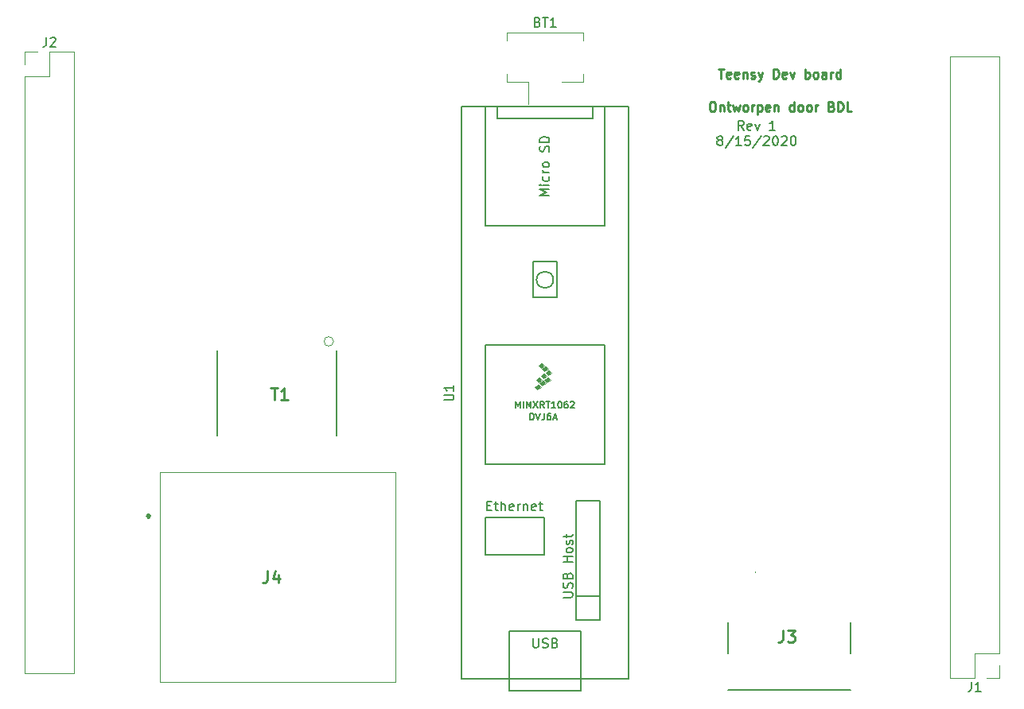
<source format=gbr>
%TF.GenerationSoftware,KiCad,Pcbnew,(5.1.6)-1*%
%TF.CreationDate,2020-08-15T20:42:22+02:00*%
%TF.ProjectId,teensypcbn,7465656e-7379-4706-9362-6e2e6b696361,rev?*%
%TF.SameCoordinates,Original*%
%TF.FileFunction,Legend,Top*%
%TF.FilePolarity,Positive*%
%FSLAX46Y46*%
G04 Gerber Fmt 4.6, Leading zero omitted, Abs format (unit mm)*
G04 Created by KiCad (PCBNEW (5.1.6)-1) date 2020-08-15 20:42:22*
%MOMM*%
%LPD*%
G01*
G04 APERTURE LIST*
%ADD10C,0.150000*%
%ADD11C,0.250000*%
%ADD12C,0.120000*%
%ADD13C,0.200000*%
%ADD14C,0.100000*%
%ADD15C,0.300000*%
%ADD16C,0.254000*%
G04 APERTURE END LIST*
D10*
X199167857Y-65977380D02*
X198834523Y-65501190D01*
X198596428Y-65977380D02*
X198596428Y-64977380D01*
X198977380Y-64977380D01*
X199072619Y-65025000D01*
X199120238Y-65072619D01*
X199167857Y-65167857D01*
X199167857Y-65310714D01*
X199120238Y-65405952D01*
X199072619Y-65453571D01*
X198977380Y-65501190D01*
X198596428Y-65501190D01*
X199977380Y-65929761D02*
X199882142Y-65977380D01*
X199691666Y-65977380D01*
X199596428Y-65929761D01*
X199548809Y-65834523D01*
X199548809Y-65453571D01*
X199596428Y-65358333D01*
X199691666Y-65310714D01*
X199882142Y-65310714D01*
X199977380Y-65358333D01*
X200025000Y-65453571D01*
X200025000Y-65548809D01*
X199548809Y-65644047D01*
X200358333Y-65310714D02*
X200596428Y-65977380D01*
X200834523Y-65310714D01*
X202501190Y-65977380D02*
X201929761Y-65977380D01*
X202215476Y-65977380D02*
X202215476Y-64977380D01*
X202120238Y-65120238D01*
X202025000Y-65215476D01*
X201929761Y-65263095D01*
X196525000Y-67055952D02*
X196429761Y-67008333D01*
X196382142Y-66960714D01*
X196334523Y-66865476D01*
X196334523Y-66817857D01*
X196382142Y-66722619D01*
X196429761Y-66675000D01*
X196525000Y-66627380D01*
X196715476Y-66627380D01*
X196810714Y-66675000D01*
X196858333Y-66722619D01*
X196905952Y-66817857D01*
X196905952Y-66865476D01*
X196858333Y-66960714D01*
X196810714Y-67008333D01*
X196715476Y-67055952D01*
X196525000Y-67055952D01*
X196429761Y-67103571D01*
X196382142Y-67151190D01*
X196334523Y-67246428D01*
X196334523Y-67436904D01*
X196382142Y-67532142D01*
X196429761Y-67579761D01*
X196525000Y-67627380D01*
X196715476Y-67627380D01*
X196810714Y-67579761D01*
X196858333Y-67532142D01*
X196905952Y-67436904D01*
X196905952Y-67246428D01*
X196858333Y-67151190D01*
X196810714Y-67103571D01*
X196715476Y-67055952D01*
X198048809Y-66579761D02*
X197191666Y-67865476D01*
X198905952Y-67627380D02*
X198334523Y-67627380D01*
X198620238Y-67627380D02*
X198620238Y-66627380D01*
X198525000Y-66770238D01*
X198429761Y-66865476D01*
X198334523Y-66913095D01*
X199810714Y-66627380D02*
X199334523Y-66627380D01*
X199286904Y-67103571D01*
X199334523Y-67055952D01*
X199429761Y-67008333D01*
X199667857Y-67008333D01*
X199763095Y-67055952D01*
X199810714Y-67103571D01*
X199858333Y-67198809D01*
X199858333Y-67436904D01*
X199810714Y-67532142D01*
X199763095Y-67579761D01*
X199667857Y-67627380D01*
X199429761Y-67627380D01*
X199334523Y-67579761D01*
X199286904Y-67532142D01*
X201001190Y-66579761D02*
X200144047Y-67865476D01*
X201286904Y-66722619D02*
X201334523Y-66675000D01*
X201429761Y-66627380D01*
X201667857Y-66627380D01*
X201763095Y-66675000D01*
X201810714Y-66722619D01*
X201858333Y-66817857D01*
X201858333Y-66913095D01*
X201810714Y-67055952D01*
X201239285Y-67627380D01*
X201858333Y-67627380D01*
X202477380Y-66627380D02*
X202572619Y-66627380D01*
X202667857Y-66675000D01*
X202715476Y-66722619D01*
X202763095Y-66817857D01*
X202810714Y-67008333D01*
X202810714Y-67246428D01*
X202763095Y-67436904D01*
X202715476Y-67532142D01*
X202667857Y-67579761D01*
X202572619Y-67627380D01*
X202477380Y-67627380D01*
X202382142Y-67579761D01*
X202334523Y-67532142D01*
X202286904Y-67436904D01*
X202239285Y-67246428D01*
X202239285Y-67008333D01*
X202286904Y-66817857D01*
X202334523Y-66722619D01*
X202382142Y-66675000D01*
X202477380Y-66627380D01*
X203191666Y-66722619D02*
X203239285Y-66675000D01*
X203334523Y-66627380D01*
X203572619Y-66627380D01*
X203667857Y-66675000D01*
X203715476Y-66722619D01*
X203763095Y-66817857D01*
X203763095Y-66913095D01*
X203715476Y-67055952D01*
X203144047Y-67627380D01*
X203763095Y-67627380D01*
X204382142Y-66627380D02*
X204477380Y-66627380D01*
X204572619Y-66675000D01*
X204620238Y-66722619D01*
X204667857Y-66817857D01*
X204715476Y-67008333D01*
X204715476Y-67246428D01*
X204667857Y-67436904D01*
X204620238Y-67532142D01*
X204572619Y-67579761D01*
X204477380Y-67627380D01*
X204382142Y-67627380D01*
X204286904Y-67579761D01*
X204239285Y-67532142D01*
X204191666Y-67436904D01*
X204144047Y-67246428D01*
X204144047Y-67008333D01*
X204191666Y-66817857D01*
X204239285Y-66722619D01*
X204286904Y-66675000D01*
X204382142Y-66627380D01*
D11*
X196453571Y-59477380D02*
X197025000Y-59477380D01*
X196739285Y-60477380D02*
X196739285Y-59477380D01*
X197739285Y-60429761D02*
X197644047Y-60477380D01*
X197453571Y-60477380D01*
X197358333Y-60429761D01*
X197310714Y-60334523D01*
X197310714Y-59953571D01*
X197358333Y-59858333D01*
X197453571Y-59810714D01*
X197644047Y-59810714D01*
X197739285Y-59858333D01*
X197786904Y-59953571D01*
X197786904Y-60048809D01*
X197310714Y-60144047D01*
X198596428Y-60429761D02*
X198501190Y-60477380D01*
X198310714Y-60477380D01*
X198215476Y-60429761D01*
X198167857Y-60334523D01*
X198167857Y-59953571D01*
X198215476Y-59858333D01*
X198310714Y-59810714D01*
X198501190Y-59810714D01*
X198596428Y-59858333D01*
X198644047Y-59953571D01*
X198644047Y-60048809D01*
X198167857Y-60144047D01*
X199072619Y-59810714D02*
X199072619Y-60477380D01*
X199072619Y-59905952D02*
X199120238Y-59858333D01*
X199215476Y-59810714D01*
X199358333Y-59810714D01*
X199453571Y-59858333D01*
X199501190Y-59953571D01*
X199501190Y-60477380D01*
X199929761Y-60429761D02*
X200025000Y-60477380D01*
X200215476Y-60477380D01*
X200310714Y-60429761D01*
X200358333Y-60334523D01*
X200358333Y-60286904D01*
X200310714Y-60191666D01*
X200215476Y-60144047D01*
X200072619Y-60144047D01*
X199977380Y-60096428D01*
X199929761Y-60001190D01*
X199929761Y-59953571D01*
X199977380Y-59858333D01*
X200072619Y-59810714D01*
X200215476Y-59810714D01*
X200310714Y-59858333D01*
X200691666Y-59810714D02*
X200929761Y-60477380D01*
X201167857Y-59810714D02*
X200929761Y-60477380D01*
X200834523Y-60715476D01*
X200786904Y-60763095D01*
X200691666Y-60810714D01*
X202310714Y-60477380D02*
X202310714Y-59477380D01*
X202548809Y-59477380D01*
X202691666Y-59525000D01*
X202786904Y-59620238D01*
X202834523Y-59715476D01*
X202882142Y-59905952D01*
X202882142Y-60048809D01*
X202834523Y-60239285D01*
X202786904Y-60334523D01*
X202691666Y-60429761D01*
X202548809Y-60477380D01*
X202310714Y-60477380D01*
X203691666Y-60429761D02*
X203596428Y-60477380D01*
X203405952Y-60477380D01*
X203310714Y-60429761D01*
X203263095Y-60334523D01*
X203263095Y-59953571D01*
X203310714Y-59858333D01*
X203405952Y-59810714D01*
X203596428Y-59810714D01*
X203691666Y-59858333D01*
X203739285Y-59953571D01*
X203739285Y-60048809D01*
X203263095Y-60144047D01*
X204072619Y-59810714D02*
X204310714Y-60477380D01*
X204548809Y-59810714D01*
X205691666Y-60477380D02*
X205691666Y-59477380D01*
X205691666Y-59858333D02*
X205786904Y-59810714D01*
X205977380Y-59810714D01*
X206072619Y-59858333D01*
X206120238Y-59905952D01*
X206167857Y-60001190D01*
X206167857Y-60286904D01*
X206120238Y-60382142D01*
X206072619Y-60429761D01*
X205977380Y-60477380D01*
X205786904Y-60477380D01*
X205691666Y-60429761D01*
X206739285Y-60477380D02*
X206644047Y-60429761D01*
X206596428Y-60382142D01*
X206548809Y-60286904D01*
X206548809Y-60001190D01*
X206596428Y-59905952D01*
X206644047Y-59858333D01*
X206739285Y-59810714D01*
X206882142Y-59810714D01*
X206977380Y-59858333D01*
X207025000Y-59905952D01*
X207072619Y-60001190D01*
X207072619Y-60286904D01*
X207025000Y-60382142D01*
X206977380Y-60429761D01*
X206882142Y-60477380D01*
X206739285Y-60477380D01*
X207929761Y-60477380D02*
X207929761Y-59953571D01*
X207882142Y-59858333D01*
X207786904Y-59810714D01*
X207596428Y-59810714D01*
X207501190Y-59858333D01*
X207929761Y-60429761D02*
X207834523Y-60477380D01*
X207596428Y-60477380D01*
X207501190Y-60429761D01*
X207453571Y-60334523D01*
X207453571Y-60239285D01*
X207501190Y-60144047D01*
X207596428Y-60096428D01*
X207834523Y-60096428D01*
X207929761Y-60048809D01*
X208405952Y-60477380D02*
X208405952Y-59810714D01*
X208405952Y-60001190D02*
X208453571Y-59905952D01*
X208501190Y-59858333D01*
X208596428Y-59810714D01*
X208691666Y-59810714D01*
X209453571Y-60477380D02*
X209453571Y-59477380D01*
X209453571Y-60429761D02*
X209358333Y-60477380D01*
X209167857Y-60477380D01*
X209072619Y-60429761D01*
X209025000Y-60382142D01*
X208977380Y-60286904D01*
X208977380Y-60001190D01*
X209025000Y-59905952D01*
X209072619Y-59858333D01*
X209167857Y-59810714D01*
X209358333Y-59810714D01*
X209453571Y-59858333D01*
X195739285Y-62977380D02*
X195929761Y-62977380D01*
X196025000Y-63025000D01*
X196120238Y-63120238D01*
X196167857Y-63310714D01*
X196167857Y-63644047D01*
X196120238Y-63834523D01*
X196025000Y-63929761D01*
X195929761Y-63977380D01*
X195739285Y-63977380D01*
X195644047Y-63929761D01*
X195548809Y-63834523D01*
X195501190Y-63644047D01*
X195501190Y-63310714D01*
X195548809Y-63120238D01*
X195644047Y-63025000D01*
X195739285Y-62977380D01*
X196596428Y-63310714D02*
X196596428Y-63977380D01*
X196596428Y-63405952D02*
X196644047Y-63358333D01*
X196739285Y-63310714D01*
X196882142Y-63310714D01*
X196977380Y-63358333D01*
X197025000Y-63453571D01*
X197025000Y-63977380D01*
X197358333Y-63310714D02*
X197739285Y-63310714D01*
X197501190Y-62977380D02*
X197501190Y-63834523D01*
X197548809Y-63929761D01*
X197644047Y-63977380D01*
X197739285Y-63977380D01*
X197977380Y-63310714D02*
X198167857Y-63977380D01*
X198358333Y-63501190D01*
X198548809Y-63977380D01*
X198739285Y-63310714D01*
X199263095Y-63977380D02*
X199167857Y-63929761D01*
X199120238Y-63882142D01*
X199072619Y-63786904D01*
X199072619Y-63501190D01*
X199120238Y-63405952D01*
X199167857Y-63358333D01*
X199263095Y-63310714D01*
X199405952Y-63310714D01*
X199501190Y-63358333D01*
X199548809Y-63405952D01*
X199596428Y-63501190D01*
X199596428Y-63786904D01*
X199548809Y-63882142D01*
X199501190Y-63929761D01*
X199405952Y-63977380D01*
X199263095Y-63977380D01*
X200025000Y-63977380D02*
X200025000Y-63310714D01*
X200025000Y-63501190D02*
X200072619Y-63405952D01*
X200120238Y-63358333D01*
X200215476Y-63310714D01*
X200310714Y-63310714D01*
X200644047Y-63310714D02*
X200644047Y-64310714D01*
X200644047Y-63358333D02*
X200739285Y-63310714D01*
X200929761Y-63310714D01*
X201025000Y-63358333D01*
X201072619Y-63405952D01*
X201120238Y-63501190D01*
X201120238Y-63786904D01*
X201072619Y-63882142D01*
X201025000Y-63929761D01*
X200929761Y-63977380D01*
X200739285Y-63977380D01*
X200644047Y-63929761D01*
X201929761Y-63929761D02*
X201834523Y-63977380D01*
X201644047Y-63977380D01*
X201548809Y-63929761D01*
X201501190Y-63834523D01*
X201501190Y-63453571D01*
X201548809Y-63358333D01*
X201644047Y-63310714D01*
X201834523Y-63310714D01*
X201929761Y-63358333D01*
X201977380Y-63453571D01*
X201977380Y-63548809D01*
X201501190Y-63644047D01*
X202405952Y-63310714D02*
X202405952Y-63977380D01*
X202405952Y-63405952D02*
X202453571Y-63358333D01*
X202548809Y-63310714D01*
X202691666Y-63310714D01*
X202786904Y-63358333D01*
X202834523Y-63453571D01*
X202834523Y-63977380D01*
X204501190Y-63977380D02*
X204501190Y-62977380D01*
X204501190Y-63929761D02*
X204405952Y-63977380D01*
X204215476Y-63977380D01*
X204120238Y-63929761D01*
X204072619Y-63882142D01*
X204025000Y-63786904D01*
X204025000Y-63501190D01*
X204072619Y-63405952D01*
X204120238Y-63358333D01*
X204215476Y-63310714D01*
X204405952Y-63310714D01*
X204501190Y-63358333D01*
X205120238Y-63977380D02*
X205025000Y-63929761D01*
X204977380Y-63882142D01*
X204929761Y-63786904D01*
X204929761Y-63501190D01*
X204977380Y-63405952D01*
X205025000Y-63358333D01*
X205120238Y-63310714D01*
X205263095Y-63310714D01*
X205358333Y-63358333D01*
X205405952Y-63405952D01*
X205453571Y-63501190D01*
X205453571Y-63786904D01*
X205405952Y-63882142D01*
X205358333Y-63929761D01*
X205263095Y-63977380D01*
X205120238Y-63977380D01*
X206025000Y-63977380D02*
X205929761Y-63929761D01*
X205882142Y-63882142D01*
X205834523Y-63786904D01*
X205834523Y-63501190D01*
X205882142Y-63405952D01*
X205929761Y-63358333D01*
X206025000Y-63310714D01*
X206167857Y-63310714D01*
X206263095Y-63358333D01*
X206310714Y-63405952D01*
X206358333Y-63501190D01*
X206358333Y-63786904D01*
X206310714Y-63882142D01*
X206263095Y-63929761D01*
X206167857Y-63977380D01*
X206025000Y-63977380D01*
X206786904Y-63977380D02*
X206786904Y-63310714D01*
X206786904Y-63501190D02*
X206834523Y-63405952D01*
X206882142Y-63358333D01*
X206977380Y-63310714D01*
X207072619Y-63310714D01*
X208501190Y-63453571D02*
X208644047Y-63501190D01*
X208691666Y-63548809D01*
X208739285Y-63644047D01*
X208739285Y-63786904D01*
X208691666Y-63882142D01*
X208644047Y-63929761D01*
X208548809Y-63977380D01*
X208167857Y-63977380D01*
X208167857Y-62977380D01*
X208501190Y-62977380D01*
X208596428Y-63025000D01*
X208644047Y-63072619D01*
X208691666Y-63167857D01*
X208691666Y-63263095D01*
X208644047Y-63358333D01*
X208596428Y-63405952D01*
X208501190Y-63453571D01*
X208167857Y-63453571D01*
X209167857Y-63977380D02*
X209167857Y-62977380D01*
X209405952Y-62977380D01*
X209548809Y-63025000D01*
X209644047Y-63120238D01*
X209691666Y-63215476D01*
X209739285Y-63405952D01*
X209739285Y-63548809D01*
X209691666Y-63739285D01*
X209644047Y-63834523D01*
X209548809Y-63929761D01*
X209405952Y-63977380D01*
X209167857Y-63977380D01*
X210644047Y-63977380D02*
X210167857Y-63977380D01*
X210167857Y-62977380D01*
D12*
X155500000Y-88500000D02*
G75*
G03*
X155500000Y-88500000I-500000J0D01*
G01*
%TO.C,BT1*%
X173915000Y-60010000D02*
X173915000Y-60860000D01*
X173915000Y-60860000D02*
X176240000Y-60860000D01*
X176240000Y-60860000D02*
X176240000Y-63250000D01*
X182085000Y-60010000D02*
X182085000Y-60860000D01*
X182085000Y-60860000D02*
X179760000Y-60860000D01*
X173915000Y-56490000D02*
X173915000Y-55640000D01*
X173915000Y-55640000D02*
X182085000Y-55640000D01*
X182085000Y-55640000D02*
X182085000Y-56490000D01*
%TO.C,J1*%
X226330000Y-58170000D02*
X221130000Y-58170000D01*
X226330000Y-121730000D02*
X226330000Y-58170000D01*
X221130000Y-124330000D02*
X221130000Y-58170000D01*
X226330000Y-121730000D02*
X223730000Y-121730000D01*
X223730000Y-121730000D02*
X223730000Y-124330000D01*
X223730000Y-124330000D02*
X221130000Y-124330000D01*
X226330000Y-123000000D02*
X226330000Y-124330000D01*
X226330000Y-124330000D02*
X225000000Y-124330000D01*
%TO.C,J2*%
X122670000Y-57670000D02*
X124000000Y-57670000D01*
X122670000Y-59000000D02*
X122670000Y-57670000D01*
X125270000Y-57670000D02*
X127870000Y-57670000D01*
X125270000Y-60270000D02*
X125270000Y-57670000D01*
X122670000Y-60270000D02*
X125270000Y-60270000D01*
X127870000Y-57670000D02*
X127870000Y-123830000D01*
X122670000Y-60270000D02*
X122670000Y-123830000D01*
X122670000Y-123830000D02*
X127870000Y-123830000D01*
D13*
%TO.C,J3*%
X197450000Y-118400000D02*
X197450000Y-121689000D01*
X210550000Y-118400000D02*
X210550000Y-121689000D01*
X197450000Y-125600000D02*
X210550000Y-125600000D01*
X200439770Y-113095000D02*
G75*
G03*
X200439770Y-113095000I-36770J0D01*
G01*
D14*
%TO.C,J4*%
X162135000Y-124780000D02*
X137035000Y-124780000D01*
X137035000Y-124780000D02*
X137035000Y-102460000D01*
X137035000Y-102460000D02*
X162135000Y-102460000D01*
X162135000Y-102460000D02*
X162135000Y-124780000D01*
D15*
X135810000Y-106960000D02*
X135810000Y-106960000D01*
X135810000Y-107260000D02*
X135810000Y-107260000D01*
X135810000Y-107260000D02*
G75*
G02*
X135810000Y-106960000I0J150000D01*
G01*
X135810000Y-106960000D02*
G75*
G02*
X135810000Y-107260000I0J-150000D01*
G01*
D13*
%TO.C,T1*%
X155850000Y-98545000D02*
X155850000Y-89455000D01*
X143150000Y-98545000D02*
X143150000Y-89455000D01*
D14*
%TO.C,U1*%
G36*
X177693000Y-90803000D02*
G01*
X177947000Y-91057000D01*
X177566000Y-91311000D01*
X177312000Y-91057000D01*
X177693000Y-90803000D01*
G37*
X177693000Y-90803000D02*
X177947000Y-91057000D01*
X177566000Y-91311000D01*
X177312000Y-91057000D01*
X177693000Y-90803000D01*
G36*
X178074000Y-91184000D02*
G01*
X178328000Y-91438000D01*
X177947000Y-91692000D01*
X177693000Y-91438000D01*
X178074000Y-91184000D01*
G37*
X178074000Y-91184000D02*
X178328000Y-91438000D01*
X177947000Y-91692000D01*
X177693000Y-91438000D01*
X178074000Y-91184000D01*
G36*
X177312000Y-93089000D02*
G01*
X177566000Y-93343000D01*
X177185000Y-93597000D01*
X176931000Y-93343000D01*
X177312000Y-93089000D01*
G37*
X177312000Y-93089000D02*
X177566000Y-93343000D01*
X177185000Y-93597000D01*
X176931000Y-93343000D01*
X177312000Y-93089000D01*
G36*
X177820000Y-92708000D02*
G01*
X178074000Y-92962000D01*
X177693000Y-93216000D01*
X177439000Y-92962000D01*
X177820000Y-92708000D01*
G37*
X177820000Y-92708000D02*
X178074000Y-92962000D01*
X177693000Y-93216000D01*
X177439000Y-92962000D01*
X177820000Y-92708000D01*
G36*
X178328000Y-92327000D02*
G01*
X178582000Y-92581000D01*
X178201000Y-92835000D01*
X177947000Y-92581000D01*
X178328000Y-92327000D01*
G37*
X178328000Y-92327000D02*
X178582000Y-92581000D01*
X178201000Y-92835000D01*
X177947000Y-92581000D01*
X178328000Y-92327000D01*
G36*
X177439000Y-92327000D02*
G01*
X177693000Y-92581000D01*
X177312000Y-92835000D01*
X177058000Y-92581000D01*
X177439000Y-92327000D01*
G37*
X177439000Y-92327000D02*
X177693000Y-92581000D01*
X177312000Y-92835000D01*
X177058000Y-92581000D01*
X177439000Y-92327000D01*
G36*
X177947000Y-91946000D02*
G01*
X178201000Y-92200000D01*
X177820000Y-92454000D01*
X177566000Y-92200000D01*
X177947000Y-91946000D01*
G37*
X177947000Y-91946000D02*
X178201000Y-92200000D01*
X177820000Y-92454000D01*
X177566000Y-92200000D01*
X177947000Y-91946000D01*
G36*
X178455000Y-91565000D02*
G01*
X178709000Y-91819000D01*
X178328000Y-92073000D01*
X178074000Y-91819000D01*
X178455000Y-91565000D01*
G37*
X178455000Y-91565000D02*
X178709000Y-91819000D01*
X178328000Y-92073000D01*
X178074000Y-91819000D01*
X178455000Y-91565000D01*
D10*
X186890000Y-124480000D02*
X169110000Y-124480000D01*
X186890000Y-63520000D02*
X186890000Y-124480000D01*
X169110000Y-63520000D02*
X186890000Y-63520000D01*
X169110000Y-124480000D02*
X169110000Y-63520000D01*
X181810000Y-119400000D02*
X181810000Y-124480000D01*
X174190000Y-119400000D02*
X174190000Y-124480000D01*
X181810000Y-119400000D02*
X174190000Y-119400000D01*
X174190000Y-125750000D02*
X174190000Y-124480000D01*
X181810000Y-125750000D02*
X174190000Y-125750000D01*
X181810000Y-124480000D02*
X181810000Y-125750000D01*
X171650000Y-63520000D02*
X171650000Y-76220000D01*
X171650000Y-76220000D02*
X184350000Y-76220000D01*
X184350000Y-76220000D02*
X184350000Y-63520000D01*
X172920000Y-63520000D02*
X172920000Y-64790000D01*
X172920000Y-64790000D02*
X183080000Y-64790000D01*
X183080000Y-64790000D02*
X183080000Y-63520000D01*
X176730000Y-80030000D02*
X179270000Y-80030000D01*
X179270000Y-80030000D02*
X179270000Y-83840000D01*
X179270000Y-83840000D02*
X176730000Y-83840000D01*
X176730000Y-83840000D02*
X176730000Y-80030000D01*
X181299200Y-118180800D02*
X181299200Y-105480800D01*
X181299200Y-105480800D02*
X183839200Y-105480800D01*
X183839200Y-105480800D02*
X183839200Y-118180800D01*
X183839200Y-118180800D02*
X181299200Y-118180800D01*
X181299200Y-118180800D02*
X181299200Y-115640800D01*
X181299200Y-115640800D02*
X183839200Y-115640800D01*
X171898400Y-111250000D02*
X177898400Y-111250000D01*
X177898400Y-111250000D02*
X177898400Y-107250000D01*
X177898400Y-107250000D02*
X171648400Y-107250000D01*
X171648400Y-107250000D02*
X171648400Y-111250000D01*
X171648400Y-111250000D02*
X171898400Y-111250000D01*
X184350000Y-101620000D02*
X184350000Y-88920000D01*
X184350000Y-88920000D02*
X171650000Y-88920000D01*
X171650000Y-88920000D02*
X171650000Y-101620000D01*
X171650000Y-101620000D02*
X184350000Y-101620000D01*
X178898026Y-81935000D02*
G75*
G03*
X178898026Y-81935000I-898026J0D01*
G01*
%TO.C,BT1*%
X177214285Y-54478571D02*
X177357142Y-54526190D01*
X177404761Y-54573809D01*
X177452380Y-54669047D01*
X177452380Y-54811904D01*
X177404761Y-54907142D01*
X177357142Y-54954761D01*
X177261904Y-55002380D01*
X176880952Y-55002380D01*
X176880952Y-54002380D01*
X177214285Y-54002380D01*
X177309523Y-54050000D01*
X177357142Y-54097619D01*
X177404761Y-54192857D01*
X177404761Y-54288095D01*
X177357142Y-54383333D01*
X177309523Y-54430952D01*
X177214285Y-54478571D01*
X176880952Y-54478571D01*
X177738095Y-54002380D02*
X178309523Y-54002380D01*
X178023809Y-55002380D02*
X178023809Y-54002380D01*
X179166666Y-55002380D02*
X178595238Y-55002380D01*
X178880952Y-55002380D02*
X178880952Y-54002380D01*
X178785714Y-54145238D01*
X178690476Y-54240476D01*
X178595238Y-54288095D01*
%TO.C,J1*%
X223396666Y-124782380D02*
X223396666Y-125496666D01*
X223349047Y-125639523D01*
X223253809Y-125734761D01*
X223110952Y-125782380D01*
X223015714Y-125782380D01*
X224396666Y-125782380D02*
X223825238Y-125782380D01*
X224110952Y-125782380D02*
X224110952Y-124782380D01*
X224015714Y-124925238D01*
X223920476Y-125020476D01*
X223825238Y-125068095D01*
%TO.C,J2*%
X124936666Y-56122380D02*
X124936666Y-56836666D01*
X124889047Y-56979523D01*
X124793809Y-57074761D01*
X124650952Y-57122380D01*
X124555714Y-57122380D01*
X125365238Y-56217619D02*
X125412857Y-56170000D01*
X125508095Y-56122380D01*
X125746190Y-56122380D01*
X125841428Y-56170000D01*
X125889047Y-56217619D01*
X125936666Y-56312857D01*
X125936666Y-56408095D01*
X125889047Y-56550952D01*
X125317619Y-57122380D01*
X125936666Y-57122380D01*
%TO.C,J3*%
D16*
X203309666Y-119282523D02*
X203309666Y-120189666D01*
X203249190Y-120371095D01*
X203128238Y-120492047D01*
X202946809Y-120552523D01*
X202825857Y-120552523D01*
X203793476Y-119282523D02*
X204579666Y-119282523D01*
X204156333Y-119766333D01*
X204337761Y-119766333D01*
X204458714Y-119826809D01*
X204519190Y-119887285D01*
X204579666Y-120008238D01*
X204579666Y-120310619D01*
X204519190Y-120431571D01*
X204458714Y-120492047D01*
X204337761Y-120552523D01*
X203974904Y-120552523D01*
X203853952Y-120492047D01*
X203793476Y-120431571D01*
%TO.C,J4*%
X148474666Y-112964523D02*
X148474666Y-113871666D01*
X148414190Y-114053095D01*
X148293238Y-114174047D01*
X148111809Y-114234523D01*
X147990857Y-114234523D01*
X149623714Y-113387857D02*
X149623714Y-114234523D01*
X149321333Y-112904047D02*
X149018952Y-113811190D01*
X149805142Y-113811190D01*
%TO.C,T1*%
X148825380Y-93423523D02*
X149551095Y-93423523D01*
X149188238Y-94693523D02*
X149188238Y-93423523D01*
X150639666Y-94693523D02*
X149913952Y-94693523D01*
X150276809Y-94693523D02*
X150276809Y-93423523D01*
X150155857Y-93604952D01*
X150034904Y-93725904D01*
X149913952Y-93786380D01*
%TO.C,U1*%
D10*
X167292380Y-94761904D02*
X168101904Y-94761904D01*
X168197142Y-94714285D01*
X168244761Y-94666666D01*
X168292380Y-94571428D01*
X168292380Y-94380952D01*
X168244761Y-94285714D01*
X168197142Y-94238095D01*
X168101904Y-94190476D01*
X167292380Y-94190476D01*
X168292380Y-93190476D02*
X168292380Y-93761904D01*
X168292380Y-93476190D02*
X167292380Y-93476190D01*
X167435238Y-93571428D01*
X167530476Y-93666666D01*
X167578095Y-93761904D01*
X176436666Y-96856666D02*
X176436666Y-96156666D01*
X176603333Y-96156666D01*
X176703333Y-96190000D01*
X176770000Y-96256666D01*
X176803333Y-96323333D01*
X176836666Y-96456666D01*
X176836666Y-96556666D01*
X176803333Y-96690000D01*
X176770000Y-96756666D01*
X176703333Y-96823333D01*
X176603333Y-96856666D01*
X176436666Y-96856666D01*
X177036666Y-96156666D02*
X177270000Y-96856666D01*
X177503333Y-96156666D01*
X177936666Y-96156666D02*
X177936666Y-96656666D01*
X177903333Y-96756666D01*
X177836666Y-96823333D01*
X177736666Y-96856666D01*
X177670000Y-96856666D01*
X178570000Y-96156666D02*
X178436666Y-96156666D01*
X178370000Y-96190000D01*
X178336666Y-96223333D01*
X178270000Y-96323333D01*
X178236666Y-96456666D01*
X178236666Y-96723333D01*
X178270000Y-96790000D01*
X178303333Y-96823333D01*
X178370000Y-96856666D01*
X178503333Y-96856666D01*
X178570000Y-96823333D01*
X178603333Y-96790000D01*
X178636666Y-96723333D01*
X178636666Y-96556666D01*
X178603333Y-96490000D01*
X178570000Y-96456666D01*
X178503333Y-96423333D01*
X178370000Y-96423333D01*
X178303333Y-96456666D01*
X178270000Y-96490000D01*
X178236666Y-96556666D01*
X178903333Y-96656666D02*
X179236666Y-96656666D01*
X178836666Y-96856666D02*
X179070000Y-96156666D01*
X179303333Y-96856666D01*
X174916666Y-95586666D02*
X174916666Y-94886666D01*
X175150000Y-95386666D01*
X175383333Y-94886666D01*
X175383333Y-95586666D01*
X175716666Y-95586666D02*
X175716666Y-94886666D01*
X176050000Y-95586666D02*
X176050000Y-94886666D01*
X176283333Y-95386666D01*
X176516666Y-94886666D01*
X176516666Y-95586666D01*
X176783333Y-94886666D02*
X177250000Y-95586666D01*
X177250000Y-94886666D02*
X176783333Y-95586666D01*
X177916666Y-95586666D02*
X177683333Y-95253333D01*
X177516666Y-95586666D02*
X177516666Y-94886666D01*
X177783333Y-94886666D01*
X177850000Y-94920000D01*
X177883333Y-94953333D01*
X177916666Y-95020000D01*
X177916666Y-95120000D01*
X177883333Y-95186666D01*
X177850000Y-95220000D01*
X177783333Y-95253333D01*
X177516666Y-95253333D01*
X178116666Y-94886666D02*
X178516666Y-94886666D01*
X178316666Y-95586666D02*
X178316666Y-94886666D01*
X179116666Y-95586666D02*
X178716666Y-95586666D01*
X178916666Y-95586666D02*
X178916666Y-94886666D01*
X178850000Y-94986666D01*
X178783333Y-95053333D01*
X178716666Y-95086666D01*
X179550000Y-94886666D02*
X179616666Y-94886666D01*
X179683333Y-94920000D01*
X179716666Y-94953333D01*
X179750000Y-95020000D01*
X179783333Y-95153333D01*
X179783333Y-95320000D01*
X179750000Y-95453333D01*
X179716666Y-95520000D01*
X179683333Y-95553333D01*
X179616666Y-95586666D01*
X179550000Y-95586666D01*
X179483333Y-95553333D01*
X179450000Y-95520000D01*
X179416666Y-95453333D01*
X179383333Y-95320000D01*
X179383333Y-95153333D01*
X179416666Y-95020000D01*
X179450000Y-94953333D01*
X179483333Y-94920000D01*
X179550000Y-94886666D01*
X180383333Y-94886666D02*
X180250000Y-94886666D01*
X180183333Y-94920000D01*
X180150000Y-94953333D01*
X180083333Y-95053333D01*
X180050000Y-95186666D01*
X180050000Y-95453333D01*
X180083333Y-95520000D01*
X180116666Y-95553333D01*
X180183333Y-95586666D01*
X180316666Y-95586666D01*
X180383333Y-95553333D01*
X180416666Y-95520000D01*
X180450000Y-95453333D01*
X180450000Y-95286666D01*
X180416666Y-95220000D01*
X180383333Y-95186666D01*
X180316666Y-95153333D01*
X180183333Y-95153333D01*
X180116666Y-95186666D01*
X180083333Y-95220000D01*
X180050000Y-95286666D01*
X180716666Y-94953333D02*
X180750000Y-94920000D01*
X180816666Y-94886666D01*
X180983333Y-94886666D01*
X181050000Y-94920000D01*
X181083333Y-94953333D01*
X181116666Y-95020000D01*
X181116666Y-95086666D01*
X181083333Y-95186666D01*
X180683333Y-95586666D01*
X181116666Y-95586666D01*
X178452380Y-72989047D02*
X177452380Y-72989047D01*
X178166666Y-72655714D01*
X177452380Y-72322380D01*
X178452380Y-72322380D01*
X178452380Y-71846190D02*
X177785714Y-71846190D01*
X177452380Y-71846190D02*
X177500000Y-71893809D01*
X177547619Y-71846190D01*
X177500000Y-71798571D01*
X177452380Y-71846190D01*
X177547619Y-71846190D01*
X178404761Y-70941428D02*
X178452380Y-71036666D01*
X178452380Y-71227142D01*
X178404761Y-71322380D01*
X178357142Y-71370000D01*
X178261904Y-71417619D01*
X177976190Y-71417619D01*
X177880952Y-71370000D01*
X177833333Y-71322380D01*
X177785714Y-71227142D01*
X177785714Y-71036666D01*
X177833333Y-70941428D01*
X178452380Y-70512857D02*
X177785714Y-70512857D01*
X177976190Y-70512857D02*
X177880952Y-70465238D01*
X177833333Y-70417619D01*
X177785714Y-70322380D01*
X177785714Y-70227142D01*
X178452380Y-69750952D02*
X178404761Y-69846190D01*
X178357142Y-69893809D01*
X178261904Y-69941428D01*
X177976190Y-69941428D01*
X177880952Y-69893809D01*
X177833333Y-69846190D01*
X177785714Y-69750952D01*
X177785714Y-69608095D01*
X177833333Y-69512857D01*
X177880952Y-69465238D01*
X177976190Y-69417619D01*
X178261904Y-69417619D01*
X178357142Y-69465238D01*
X178404761Y-69512857D01*
X178452380Y-69608095D01*
X178452380Y-69750952D01*
X178404761Y-68274761D02*
X178452380Y-68131904D01*
X178452380Y-67893809D01*
X178404761Y-67798571D01*
X178357142Y-67750952D01*
X178261904Y-67703333D01*
X178166666Y-67703333D01*
X178071428Y-67750952D01*
X178023809Y-67798571D01*
X177976190Y-67893809D01*
X177928571Y-68084285D01*
X177880952Y-68179523D01*
X177833333Y-68227142D01*
X177738095Y-68274761D01*
X177642857Y-68274761D01*
X177547619Y-68227142D01*
X177500000Y-68179523D01*
X177452380Y-68084285D01*
X177452380Y-67846190D01*
X177500000Y-67703333D01*
X178452380Y-67274761D02*
X177452380Y-67274761D01*
X177452380Y-67036666D01*
X177500000Y-66893809D01*
X177595238Y-66798571D01*
X177690476Y-66750952D01*
X177880952Y-66703333D01*
X178023809Y-66703333D01*
X178214285Y-66750952D01*
X178309523Y-66798571D01*
X178404761Y-66893809D01*
X178452380Y-67036666D01*
X178452380Y-67274761D01*
X176738095Y-120122380D02*
X176738095Y-120931904D01*
X176785714Y-121027142D01*
X176833333Y-121074761D01*
X176928571Y-121122380D01*
X177119047Y-121122380D01*
X177214285Y-121074761D01*
X177261904Y-121027142D01*
X177309523Y-120931904D01*
X177309523Y-120122380D01*
X177738095Y-121074761D02*
X177880952Y-121122380D01*
X178119047Y-121122380D01*
X178214285Y-121074761D01*
X178261904Y-121027142D01*
X178309523Y-120931904D01*
X178309523Y-120836666D01*
X178261904Y-120741428D01*
X178214285Y-120693809D01*
X178119047Y-120646190D01*
X177928571Y-120598571D01*
X177833333Y-120550952D01*
X177785714Y-120503333D01*
X177738095Y-120408095D01*
X177738095Y-120312857D01*
X177785714Y-120217619D01*
X177833333Y-120170000D01*
X177928571Y-120122380D01*
X178166666Y-120122380D01*
X178309523Y-120170000D01*
X179071428Y-120598571D02*
X179214285Y-120646190D01*
X179261904Y-120693809D01*
X179309523Y-120789047D01*
X179309523Y-120931904D01*
X179261904Y-121027142D01*
X179214285Y-121074761D01*
X179119047Y-121122380D01*
X178738095Y-121122380D01*
X178738095Y-120122380D01*
X179071428Y-120122380D01*
X179166666Y-120170000D01*
X179214285Y-120217619D01*
X179261904Y-120312857D01*
X179261904Y-120408095D01*
X179214285Y-120503333D01*
X179166666Y-120550952D01*
X179071428Y-120598571D01*
X178738095Y-120598571D01*
X171866257Y-105993571D02*
X172199590Y-105993571D01*
X172342447Y-106517380D02*
X171866257Y-106517380D01*
X171866257Y-105517380D01*
X172342447Y-105517380D01*
X172628161Y-105850714D02*
X173009114Y-105850714D01*
X172771019Y-105517380D02*
X172771019Y-106374523D01*
X172818638Y-106469761D01*
X172913876Y-106517380D01*
X173009114Y-106517380D01*
X173342447Y-106517380D02*
X173342447Y-105517380D01*
X173771019Y-106517380D02*
X173771019Y-105993571D01*
X173723400Y-105898333D01*
X173628161Y-105850714D01*
X173485304Y-105850714D01*
X173390066Y-105898333D01*
X173342447Y-105945952D01*
X174628161Y-106469761D02*
X174532923Y-106517380D01*
X174342447Y-106517380D01*
X174247209Y-106469761D01*
X174199590Y-106374523D01*
X174199590Y-105993571D01*
X174247209Y-105898333D01*
X174342447Y-105850714D01*
X174532923Y-105850714D01*
X174628161Y-105898333D01*
X174675780Y-105993571D01*
X174675780Y-106088809D01*
X174199590Y-106184047D01*
X175104352Y-106517380D02*
X175104352Y-105850714D01*
X175104352Y-106041190D02*
X175151971Y-105945952D01*
X175199590Y-105898333D01*
X175294828Y-105850714D01*
X175390066Y-105850714D01*
X175723400Y-105850714D02*
X175723400Y-106517380D01*
X175723400Y-105945952D02*
X175771019Y-105898333D01*
X175866257Y-105850714D01*
X176009114Y-105850714D01*
X176104352Y-105898333D01*
X176151971Y-105993571D01*
X176151971Y-106517380D01*
X177009114Y-106469761D02*
X176913876Y-106517380D01*
X176723400Y-106517380D01*
X176628161Y-106469761D01*
X176580542Y-106374523D01*
X176580542Y-105993571D01*
X176628161Y-105898333D01*
X176723400Y-105850714D01*
X176913876Y-105850714D01*
X177009114Y-105898333D01*
X177056733Y-105993571D01*
X177056733Y-106088809D01*
X176580542Y-106184047D01*
X177342447Y-105850714D02*
X177723400Y-105850714D01*
X177485304Y-105517380D02*
X177485304Y-106374523D01*
X177532923Y-106469761D01*
X177628161Y-106517380D01*
X177723400Y-106517380D01*
X179941580Y-115775323D02*
X180751104Y-115775323D01*
X180846342Y-115727704D01*
X180893961Y-115680085D01*
X180941580Y-115584847D01*
X180941580Y-115394371D01*
X180893961Y-115299133D01*
X180846342Y-115251514D01*
X180751104Y-115203895D01*
X179941580Y-115203895D01*
X180893961Y-114775323D02*
X180941580Y-114632466D01*
X180941580Y-114394371D01*
X180893961Y-114299133D01*
X180846342Y-114251514D01*
X180751104Y-114203895D01*
X180655866Y-114203895D01*
X180560628Y-114251514D01*
X180513009Y-114299133D01*
X180465390Y-114394371D01*
X180417771Y-114584847D01*
X180370152Y-114680085D01*
X180322533Y-114727704D01*
X180227295Y-114775323D01*
X180132057Y-114775323D01*
X180036819Y-114727704D01*
X179989200Y-114680085D01*
X179941580Y-114584847D01*
X179941580Y-114346752D01*
X179989200Y-114203895D01*
X180417771Y-113441990D02*
X180465390Y-113299133D01*
X180513009Y-113251514D01*
X180608247Y-113203895D01*
X180751104Y-113203895D01*
X180846342Y-113251514D01*
X180893961Y-113299133D01*
X180941580Y-113394371D01*
X180941580Y-113775323D01*
X179941580Y-113775323D01*
X179941580Y-113441990D01*
X179989200Y-113346752D01*
X180036819Y-113299133D01*
X180132057Y-113251514D01*
X180227295Y-113251514D01*
X180322533Y-113299133D01*
X180370152Y-113346752D01*
X180417771Y-113441990D01*
X180417771Y-113775323D01*
X180941580Y-112013419D02*
X179941580Y-112013419D01*
X180417771Y-112013419D02*
X180417771Y-111441990D01*
X180941580Y-111441990D02*
X179941580Y-111441990D01*
X180941580Y-110822942D02*
X180893961Y-110918180D01*
X180846342Y-110965800D01*
X180751104Y-111013419D01*
X180465390Y-111013419D01*
X180370152Y-110965800D01*
X180322533Y-110918180D01*
X180274914Y-110822942D01*
X180274914Y-110680085D01*
X180322533Y-110584847D01*
X180370152Y-110537228D01*
X180465390Y-110489609D01*
X180751104Y-110489609D01*
X180846342Y-110537228D01*
X180893961Y-110584847D01*
X180941580Y-110680085D01*
X180941580Y-110822942D01*
X180893961Y-110108657D02*
X180941580Y-110013419D01*
X180941580Y-109822942D01*
X180893961Y-109727704D01*
X180798723Y-109680085D01*
X180751104Y-109680085D01*
X180655866Y-109727704D01*
X180608247Y-109822942D01*
X180608247Y-109965800D01*
X180560628Y-110061038D01*
X180465390Y-110108657D01*
X180417771Y-110108657D01*
X180322533Y-110061038D01*
X180274914Y-109965800D01*
X180274914Y-109822942D01*
X180322533Y-109727704D01*
X180274914Y-109394371D02*
X180274914Y-109013419D01*
X179941580Y-109251514D02*
X180798723Y-109251514D01*
X180893961Y-109203895D01*
X180941580Y-109108657D01*
X180941580Y-109013419D01*
%TD*%
M02*

</source>
